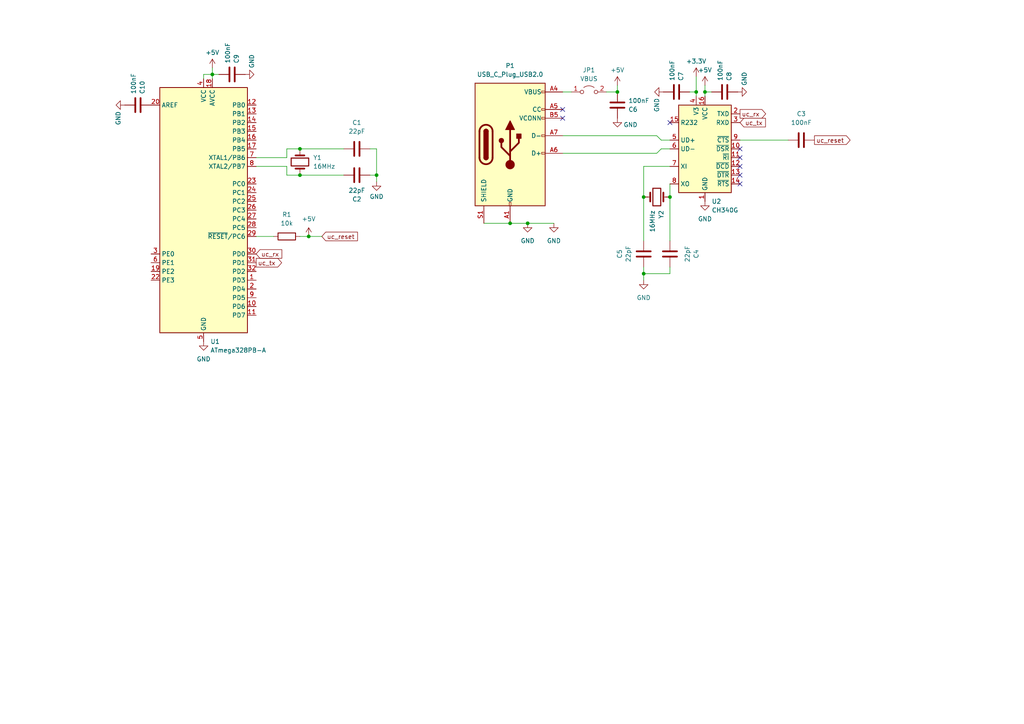
<source format=kicad_sch>
(kicad_sch (version 20230121) (generator eeschema)
  (paper "A4")
  (lib_symbols
    (symbol "Connector:USB_C_Plug_USB2.0" (pin_names (offset 1.016))
      (property "Reference" "P" (at -10.16 19.05 0))
      (property "Value" "USB_C_Plug_USB2.0" (at 12.7 19.05 0))
      (symbol "USB_C_Plug_USB2.0_0_0"
        (rectangle (start -0.254 -17.78) (end 0.254 -16.764))
        (rectangle (start 10.16 -2.286) (end 9.144 -2.794))
        (rectangle (start 10.16 2.794) (end 9.144 2.286))
        (rectangle (start 10.16 7.874) (end 9.144 7.366))
        (rectangle (start 10.16 10.414) (end 9.144 9.906))
        (rectangle (start 10.16 15.494) (end 9.144 14.986))
      )
      (symbol "USB_C_Plug_USB2.0_0_1"
        (rectangle (start -10.16 17.78) (end 10.16 -17.78) (stroke (width 0.254)) (fill (type background)))
        (arc (start -8.89 -3.81) (mid -6.985 -5.7067) (end -5.08 -3.81) (stroke (width 0.508)))
        (arc (start -7.62 -3.81) (mid -6.985 -4.4423) (end -6.35 -3.81) (stroke (width 0.254)))
        (arc (start -7.62 -3.81) (mid -6.985 -4.4423) (end -6.35 -3.81) (stroke (width 0.254)) (fill (type outline)))
        (rectangle (start -7.62 -3.81) (end -6.35 3.81) (stroke (width 0.254)) (fill (type outline)))
        (arc (start -6.35 3.81) (mid -6.985 4.4423) (end -7.62 3.81) (stroke (width 0.254)))
        (arc (start -6.35 3.81) (mid -6.985 4.4423) (end -7.62 3.81) (stroke (width 0.254)) (fill (type outline)))
        (arc (start -5.08 3.81) (mid -6.985 5.7067) (end -8.89 3.81) (stroke (width 0.508)))
        (circle (center -2.54 1.143) (radius 0.635) (stroke (width 0.254)) (fill (type outline)))
        (circle (center 0 -5.842) (radius 1.27) (fill (type outline)))
        (polyline (pts (xy -8.89 -3.81) (xy -8.89 3.81)) (stroke (width 0.508)))
        (polyline (pts (xy -5.08 3.81) (xy -5.08 -3.81)) (stroke (width 0.508)))
        (polyline (pts (xy 0 -5.842) (xy 0 4.318)) (stroke (width 0.508)))
        (polyline (pts (xy 0 -3.302) (xy -2.54 -0.762) (xy -2.54 0.508)) (stroke (width 0.508)))
        (polyline (pts (xy 0 -2.032) (xy 2.54 0.508) (xy 2.54 1.778)) (stroke (width 0.508)))
        (polyline (pts (xy -1.27 4.318) (xy 0 6.858) (xy 1.27 4.318) (xy -1.27 4.318)) (stroke (width 0.254)) (fill (type outline)))
        (rectangle (start 1.905 1.778) (end 3.175 3.048) (stroke (width 0.254)) (fill (type outline)))
      )
      (symbol "USB_C_Plug_USB2.0_1_1"
        (pin passive line (at 0 -22.86 90) (length 5.08) (name "GND") (number "A1"))
        (pin passive line (at 0 -22.86 90) (length 5.08) hide (name "GND") (number "A12"))
        (pin passive line (at 15.24 15.24 180) (length 5.08) (name "VBUS") (number "A4"))
        (pin bidirectional line (at 15.24 10.16 180) (length 5.08) (name "CC") (number "A5"))
        (pin bidirectional line (at 15.24 -2.54 180) (length 5.08) (name "D+") (number "A6"))
        (pin bidirectional line (at 15.24 2.54 180) (length 5.08) (name "D-") (number "A7"))
        (pin passive line (at 15.24 15.24 180) (length 5.08) hide (name "VBUS") (number "A9"))
        (pin passive line (at 0 -22.86 90) (length 5.08) hide (name "GND") (number "B1"))
        (pin passive line (at 0 -22.86 90) (length 5.08) hide (name "GND") (number "B12"))
        (pin passive line (at 15.24 15.24 180) (length 5.08) hide (name "VBUS") (number "B4"))
        (pin bidirectional line (at 15.24 7.62 180) (length 5.08) (name "VCONN") (number "B5"))
        (pin passive line (at 15.24 15.24 180) (length 5.08) hide (name "VBUS") (number "B9"))
        (pin passive line (at -7.62 -22.86 90) (length 5.08) (name "SHIELD") (number "S1"))
      )
    )
    (symbol "Device:C" (pin_numbers hide) (pin_names (offset 0.254))
      (property "Reference" "C" (at 0.635 2.54 0))
      (property "Value" "C" (at 0.635 -2.54 0))
      (symbol "C_0_1"
        (polyline (pts (xy -2.032 -0.762) (xy 2.032 -0.762)) (stroke (width 0.508)))
        (polyline (pts (xy -2.032 0.762) (xy 2.032 0.762)) (stroke (width 0.508)))
      )
      (symbol "C_1_1"
        (pin passive line (at 0 3.81 270) (length 2.794) (name "~") (number "1"))
        (pin passive line (at 0 -3.81 90) (length 2.794) (name "~") (number "2"))
      )
    )
    (symbol "Device:Crystal" (pin_numbers hide) (pin_names (offset 1.016) hide)
      (property "Reference" "Y" (at 0 3.81 0))
      (property "Value" "Crystal" (at 0 -3.81 0))
      (symbol "Crystal_0_1"
        (rectangle (start -1.143 2.54) (end 1.143 -2.54) (stroke (width 0.3048)))
        (polyline (pts (xy -2.54 0) (xy -1.905 0)))
        (polyline (pts (xy -1.905 -1.27) (xy -1.905 1.27)) (stroke (width 0.508)))
        (polyline (pts (xy 1.905 -1.27) (xy 1.905 1.27)) (stroke (width 0.508)))
        (polyline (pts (xy 2.54 0) (xy 1.905 0)))
      )
      (symbol "Crystal_1_1"
        (pin passive line (at -3.81 0 0) (length 1.27) (name "1") (number "1"))
        (pin passive line (at 3.81 0 180) (length 1.27) (name "2") (number "2"))
      )
    )
    (symbol "Device:R" (pin_numbers hide) (pin_names (offset 0))
      (property "Reference" "R" (at 2.032 0 90))
      (property "Value" "R" (at 0 0 90))
      (symbol "R_0_1"
        (rectangle (start -1.016 -2.54) (end 1.016 2.54) (stroke (width 0.254)))
      )
      (symbol "R_1_1"
        (pin passive line (at 0 3.81 270) (length 1.27) (name "~") (number "1"))
        (pin passive line (at 0 -3.81 90) (length 1.27) (name "~") (number "2"))
      )
    )
    (symbol "Interface_USB:CH340G"
      (property "Reference" "U" (at -5.08 13.97 0))
      (property "Value" "CH340G" (at 1.27 13.97 0))
      (symbol "CH340G_0_1"
        (rectangle (start -7.62 12.7) (end 7.62 -12.7) (stroke (width 0.254)) (fill (type background)))
      )
      (symbol "CH340G_1_1"
        (pin power_in line (at 0 -15.24 90) (length 2.54) (name "GND") (number "1"))
        (pin input line (at 10.16 0 180) (length 2.54) (name "~{DSR}") (number "10"))
        (pin input line (at 10.16 -2.54 180) (length 2.54) (name "~{RI}") (number "11"))
        (pin input line (at 10.16 -5.08 180) (length 2.54) (name "~{DCD}") (number "12"))
        (pin output line (at 10.16 -7.62 180) (length 2.54) (name "~{DTR}") (number "13"))
        (pin output line (at 10.16 -10.16 180) (length 2.54) (name "~{RTS}") (number "14"))
        (pin input line (at -10.16 7.62 0) (length 2.54) (name "R232") (number "15"))
        (pin power_in line (at 0 15.24 270) (length 2.54) (name "VCC") (number "16"))
        (pin output line (at 10.16 10.16 180) (length 2.54) (name "TXD") (number "2"))
        (pin input line (at 10.16 7.62 180) (length 2.54) (name "RXD") (number "3"))
        (pin passive line (at -2.54 15.24 270) (length 2.54) (name "V3") (number "4"))
        (pin bidirectional line (at -10.16 2.54 0) (length 2.54) (name "UD+") (number "5"))
        (pin bidirectional line (at -10.16 0 0) (length 2.54) (name "UD-") (number "6"))
        (pin input line (at -10.16 -5.08 0) (length 2.54) (name "XI") (number "7"))
        (pin output line (at -10.16 -10.16 0) (length 2.54) (name "XO") (number "8"))
        (pin input line (at 10.16 2.54 180) (length 2.54) (name "~{CTS}") (number "9"))
      )
    )
    (symbol "Jumper:Jumper_2_Open" (pin_names (offset 0) hide)
      (property "Reference" "JP" (at 0 2.794 0))
      (property "Value" "Jumper_2_Open" (at 0 -2.286 0))
      (symbol "Jumper_2_Open_0_0"
        (circle (center -2.032 0) (radius 0.508))
        (circle (center 2.032 0) (radius 0.508))
      )
      (symbol "Jumper_2_Open_0_1"
        (arc (start 1.524 1.27) (mid 0 1.778) (end -1.524 1.27))
      )
      (symbol "Jumper_2_Open_1_1"
        (pin passive line (at -5.08 0 0) (length 2.54) (name "A") (number "1"))
        (pin passive line (at 5.08 0 180) (length 2.54) (name "B") (number "2"))
      )
    )
    (symbol "MCU_Microchip_ATmega:ATmega328PB-A"
      (property "Reference" "U" (at -12.7 36.83 0))
      (property "Value" "ATmega328PB-A" (at 2.54 -36.83 0))
      (symbol "ATmega328PB-A_0_1"
        (rectangle (start -12.7 -35.56) (end 12.7 35.56) (stroke (width 0.254)) (fill (type background)))
      )
      (symbol "ATmega328PB-A_1_1"
        (pin bidirectional line (at 15.24 -20.32 180) (length 2.54) (name "PD3") (number "1"))
        (pin bidirectional line (at 15.24 -27.94 180) (length 2.54) (name "PD6") (number "10"))
        (pin bidirectional line (at 15.24 -30.48 180) (length 2.54) (name "PD7") (number "11"))
        (pin bidirectional line (at 15.24 30.48 180) (length 2.54) (name "PB0") (number "12"))
        (pin bidirectional line (at 15.24 27.94 180) (length 2.54) (name "PB1") (number "13"))
        (pin bidirectional line (at 15.24 25.4 180) (length 2.54) (name "PB2") (number "14"))
        (pin bidirectional line (at 15.24 22.86 180) (length 2.54) (name "PB3") (number "15"))
        (pin bidirectional line (at 15.24 20.32 180) (length 2.54) (name "PB4") (number "16"))
        (pin bidirectional line (at 15.24 17.78 180) (length 2.54) (name "PB5") (number "17"))
        (pin power_in line (at 2.54 38.1 270) (length 2.54) (name "AVCC") (number "18"))
        (pin bidirectional line (at -15.24 -17.78 0) (length 2.54) (name "PE2") (number "19"))
        (pin bidirectional line (at 15.24 -22.86 180) (length 2.54) (name "PD4") (number "2"))
        (pin passive line (at -15.24 30.48 0) (length 2.54) (name "AREF") (number "20"))
        (pin passive line (at 0 -38.1 90) (length 2.54) hide (name "GND") (number "21"))
        (pin bidirectional line (at -15.24 -20.32 0) (length 2.54) (name "PE3") (number "22"))
        (pin bidirectional line (at 15.24 7.62 180) (length 2.54) (name "PC0") (number "23"))
        (pin bidirectional line (at 15.24 5.08 180) (length 2.54) (name "PC1") (number "24"))
        (pin bidirectional line (at 15.24 2.54 180) (length 2.54) (name "PC2") (number "25"))
        (pin bidirectional line (at 15.24 0 180) (length 2.54) (name "PC3") (number "26"))
        (pin bidirectional line (at 15.24 -2.54 180) (length 2.54) (name "PC4") (number "27"))
        (pin bidirectional line (at 15.24 -5.08 180) (length 2.54) (name "PC5") (number "28"))
        (pin bidirectional line (at 15.24 -7.62 180) (length 2.54) (name "~{RESET}/PC6") (number "29"))
        (pin bidirectional line (at -15.24 -12.7 0) (length 2.54) (name "PE0") (number "3"))
        (pin bidirectional line (at 15.24 -12.7 180) (length 2.54) (name "PD0") (number "30"))
        (pin bidirectional line (at 15.24 -15.24 180) (length 2.54) (name "PD1") (number "31"))
        (pin bidirectional line (at 15.24 -17.78 180) (length 2.54) (name "PD2") (number "32"))
        (pin power_in line (at 0 38.1 270) (length 2.54) (name "VCC") (number "4"))
        (pin power_in line (at 0 -38.1 90) (length 2.54) (name "GND") (number "5"))
        (pin bidirectional line (at -15.24 -15.24 0) (length 2.54) (name "PE1") (number "6"))
        (pin bidirectional line (at 15.24 15.24 180) (length 2.54) (name "XTAL1/PB6") (number "7"))
        (pin bidirectional line (at 15.24 12.7 180) (length 2.54) (name "XTAL2/PB7") (number "8"))
        (pin bidirectional line (at 15.24 -25.4 180) (length 2.54) (name "PD5") (number "9"))
      )
    )
    (symbol "power:+3.3V" (power) (pin_names (offset 0))
      (property "Value" "+3.3V" (at 0 3.556 0))
      (symbol "+3.3V_0_1"
        (polyline (pts (xy -0.762 1.27) (xy 0 2.54)))
        (polyline (pts (xy 0 0) (xy 0 2.54)))
        (polyline (pts (xy 0 2.54) (xy 0.762 1.27)))
      )
      (symbol "+3.3V_1_1"
        (pin power_in line (at 0 0 90) (length 0) hide (name "+3.3V") (number "1"))
      )
    )
    (symbol "power:+5V" (power) (pin_names (offset 0))
      (property "Value" "+5V" (at 0 3.556 0))
      (symbol "+5V_0_1"
        (polyline (pts (xy -0.762 1.27) (xy 0 2.54)))
        (polyline (pts (xy 0 0) (xy 0 2.54)))
        (polyline (pts (xy 0 2.54) (xy 0.762 1.27)))
      )
      (symbol "+5V_1_1"
        (pin power_in line (at 0 0 90) (length 0) hide (name "+5V") (number "1"))
      )
    )
    (symbol "power:GND" (power) (pin_names (offset 0))
      (property "Value" "GND" (at 0 -3.81 0))
      (symbol "GND_0_1"
        (polyline (pts (xy 0 0) (xy 0 -1.27) (xy 1.27 -1.27) (xy 0 -2.54) (xy -1.27 -1.27) (xy 0 -1.27)))
      )
      (symbol "GND_1_1"
        (pin power_in line (at 0 0 270) (length 0) hide (name "GND") (number "1"))
      )
    )
  )
  (junction (at 61.595 21.59))
  (junction (at 186.69 79.375))
  (junction (at 86.995 43.18))
  (junction (at 179.07 26.67))
  (junction (at 109.22 50.8))
  (junction (at 194.31 57.15))
  (junction (at 201.93 26.67))
  (junction (at 153.035 64.77))
  (junction (at 147.955 64.77))
  (junction (at 86.995 50.8))
  (junction (at 89.535 68.58))
  (junction (at 186.69 57.15))
  (junction (at 204.47 26.67))
  (no_connect (at 214.63 53.34))
  (no_connect (at 214.63 50.8))
  (no_connect (at 214.63 48.26))
  (no_connect (at 163.195 31.75))
  (no_connect (at 214.63 43.18))
  (no_connect (at 194.31 35.56))
  (no_connect (at 214.63 45.72))
  (no_connect (at 163.195 34.29))
  (wire (pts (xy 140.335 64.77) (xy 147.955 64.77)))
  (wire (pts (xy 153.035 64.77) (xy 160.655 64.77)))
  (wire (pts (xy 61.595 19.685) (xy 61.595 21.59)))
  (wire (pts (xy 190.5 39.37) (xy 191.77 40.64)))
  (wire (pts (xy 194.31 69.85) (xy 194.31 57.15)))
  (wire (pts (xy 147.955 64.77) (xy 153.035 64.77)))
  (wire (pts (xy 83.185 48.26) (xy 83.185 50.8)))
  (wire (pts (xy 109.22 52.705) (xy 109.22 50.8)))
  (wire (pts (xy 186.69 48.26) (xy 194.31 48.26)))
  (wire (pts (xy 200.025 26.67) (xy 201.93 26.67)))
  (wire (pts (xy 89.535 68.58) (xy 86.995 68.58)))
  (wire (pts (xy 59.055 21.59) (xy 59.055 22.86)))
  (wire (pts (xy 109.22 50.8) (xy 107.315 50.8)))
  (wire (pts (xy 74.295 68.58) (xy 79.375 68.58)))
  (wire (pts (xy 89.535 68.58) (xy 93.345 68.58)))
  (wire (pts (xy 163.195 44.45) (xy 190.5 44.45)))
  (wire (pts (xy 175.895 26.67) (xy 179.07 26.67)))
  (wire (pts (xy 204.47 26.67) (xy 204.47 27.94)))
  (wire (pts (xy 186.69 79.375) (xy 194.31 79.375)))
  (wire (pts (xy 194.31 53.34) (xy 194.31 57.15)))
  (wire (pts (xy 179.07 24.765) (xy 179.07 26.67)))
  (wire (pts (xy 99.695 43.18) (xy 86.995 43.18)))
  (wire (pts (xy 186.69 48.26) (xy 186.69 57.15)))
  (wire (pts (xy 186.69 81.28) (xy 186.69 79.375)))
  (wire (pts (xy 201.93 22.225) (xy 201.93 26.67)))
  (wire (pts (xy 61.595 21.59) (xy 61.595 22.86)))
  (wire (pts (xy 191.77 43.18) (xy 190.5 44.45)))
  (wire (pts (xy 109.22 43.18) (xy 107.315 43.18)))
  (wire (pts (xy 83.185 43.18) (xy 83.185 45.72)))
  (wire (pts (xy 163.195 39.37) (xy 190.5 39.37)))
  (wire (pts (xy 201.93 26.67) (xy 201.93 27.94)))
  (wire (pts (xy 74.295 45.72) (xy 83.185 45.72)))
  (wire (pts (xy 228.6 40.64) (xy 214.63 40.64)))
  (wire (pts (xy 194.31 43.18) (xy 191.77 43.18)))
  (wire (pts (xy 74.295 48.26) (xy 83.185 48.26)))
  (wire (pts (xy 194.31 79.375) (xy 194.31 77.47)))
  (wire (pts (xy 99.695 50.8) (xy 86.995 50.8)))
  (wire (pts (xy 61.595 21.59) (xy 63.5 21.59)))
  (wire (pts (xy 186.69 79.375) (xy 186.69 77.47)))
  (wire (pts (xy 204.47 24.765) (xy 204.47 26.67)))
  (wire (pts (xy 163.195 26.67) (xy 165.735 26.67)))
  (wire (pts (xy 86.995 50.8) (xy 83.185 50.8)))
  (wire (pts (xy 191.77 40.64) (xy 194.31 40.64)))
  (wire (pts (xy 109.22 50.8) (xy 109.22 43.18)))
  (wire (pts (xy 83.185 43.18) (xy 86.995 43.18)))
  (wire (pts (xy 186.69 69.85) (xy 186.69 57.15)))
  (wire (pts (xy 204.47 26.67) (xy 206.375 26.67)))
  (wire (pts (xy 59.055 21.59) (xy 61.595 21.59)))
  (global_label "uc_reset" (shape input) (at 93.345 68.58 0) (property "Intersheetrefs" "${INTERSHEET_REFS}" (effects hide)))
  (global_label "uc_rx" (shape input) (at 74.295 73.66 0) (property "Intersheetrefs" "${INTERSHEET_REFS}" (effects hide)))
  (global_label "uc_tx" (shape input) (at 214.63 35.56 0) (property "Intersheetrefs" "${INTERSHEET_REFS}" (effects hide)))
  (global_label "uc_rx" (shape output) (at 214.63 33.02 0) (property "Intersheetrefs" "${INTERSHEET_REFS}" (effects hide)))
  (global_label "uc_reset" (shape output) (at 236.22 40.64 0) (property "Intersheetrefs" "${INTERSHEET_REFS}" (effects hide)))
  (global_label "uc_tx" (shape output) (at 74.295 76.2 0) (property "Intersheetrefs" "${INTERSHEET_REFS}" (effects hide)))
  (symbol (lib_id "Device:R") (at 83.185 68.58 90) (unit 1)
    (property "Reference" "R1" (at 83.185 62.23 90))
    (property "Value" "10k" (at 83.185 64.77 90))
    (property "Footprint" "Resistor_SMD:R_0805_2012Metric_Pad1.20x1.40mm_HandSolder" (effects hide))
  )
  (symbol (lib_id "Device:C") (at 196.215 26.67 90) (mirror x) (unit 1)
    (property "Reference" "C7" (at 197.485 23.495 0) (effects (justify right)))
    (property "Value" "100nF" (at 194.945 23.495 0) (effects (justify right)))
    (property "Footprint" "Capacitor_SMD:C_0805_2012Metric_Pad1.18x1.45mm_HandSolder" (effects hide))
  )
  (symbol (lib_id "Device:C") (at 103.505 43.18 270) (mirror x) (unit 1)
    (property "Reference" "C1" (at 103.505 35.56 90))
    (property "Value" "22pF" (at 103.505 38.1 90))
    (property "Footprint" "Capacitor_SMD:C_0805_2012Metric_Pad1.18x1.45mm_HandSolder" (effects hide))
  )
  (symbol (lib_id "power:GND") (at 204.47 58.42 0) (mirror y) (unit 1)
    (property "Reference" "#PWR04" (effects hide))
    (property "Value" "GND" (at 204.47 63.5 0))
  )
  (symbol (lib_id "Jumper:Jumper_2_Open") (at 170.815 26.67 0) (unit 1)
    (property "Reference" "JP1" (at 170.815 20.32 0))
    (property "Value" "VBUS" (at 170.815 22.86 0))
  )
  (symbol (lib_id "Device:C") (at 186.69 73.66 0) (mirror y) (unit 1)
    (property "Reference" "C5" (at 179.705 73.66 90))
    (property "Value" "22pF" (at 182.245 73.66 90))
    (property "Footprint" "Capacitor_SMD:C_0805_2012Metric_Pad1.18x1.45mm_HandSolder" (effects hide))
  )
  (symbol (lib_id "power:GND") (at 160.655 64.77 0) (mirror y) (unit 1)
    (property "Reference" "#PWR05" (effects hide))
    (property "Value" "GND" (at 160.655 69.85 0))
  )
  (symbol (lib_id "power:+5V") (at 61.595 19.685 0) (unit 1)
    (property "Reference" "#PWR014" (effects hide))
    (property "Value" "+5V" (at 61.595 15.24 0))
  )
  (symbol (lib_id "power:GND") (at 36.195 30.48 270) (mirror x) (unit 1)
    (property "Reference" "#PWR016" (effects hide))
    (property "Value" "GND" (at 34.29 34.29 0))
  )
  (symbol (lib_id "power:+3.3V") (at 201.93 22.225 0) (unit 1)
    (property "Reference" "#PWR012" (effects hide))
    (property "Value" "+3.3V" (at 201.93 17.78 0))
  )
  (symbol (lib_id "power:+5V") (at 179.07 24.765 0) (unit 1)
    (property "Reference" "#PWR07" (effects hide))
    (property "Value" "+5V" (at 179.07 20.32 0))
  )
  (symbol (lib_id "power:GND") (at 153.035 64.77 0) (mirror y) (unit 1)
    (property "Reference" "#PWR06" (effects hide))
    (property "Value" "GND" (at 153.035 69.85 0))
  )
  (symbol (lib_id "power:+5V") (at 204.47 24.765 0) (unit 1)
    (property "Reference" "#PWR011" (effects hide))
    (property "Value" "+5V" (at 204.47 20.32 0))
  )
  (symbol (lib_id "power:GND") (at 213.995 26.67 90) (mirror x) (unit 1)
    (property "Reference" "#PWR010" (effects hide))
    (property "Value" "GND" (at 215.9 22.86 0))
  )
  (symbol (lib_id "power:GND") (at 71.12 21.59 90) (mirror x) (unit 1)
    (property "Reference" "#PWR015" (effects hide))
    (property "Value" "GND" (at 73.025 17.78 0))
  )
  (symbol (lib_id "Device:C") (at 210.185 26.67 90) (mirror x) (unit 1)
    (property "Reference" "C8" (at 211.455 23.495 0) (effects (justify right)))
    (property "Value" "100nF" (at 208.915 23.495 0) (effects (justify right)))
    (property "Footprint" "Capacitor_SMD:C_0805_2012Metric_Pad1.18x1.45mm_HandSolder" (effects hide))
  )
  (symbol (lib_id "power:+5V") (at 89.535 68.58 0) (mirror y) (unit 1)
    (property "Reference" "#PWR02" (effects hide))
    (property "Value" "+5V" (at 89.535 63.5 0))
  )
  (symbol (lib_id "Device:C") (at 67.31 21.59 90) (mirror x) (unit 1)
    (property "Reference" "C9" (at 68.58 18.415 0) (effects (justify right)))
    (property "Value" "100nF" (at 66.04 18.415 0) (effects (justify right)))
    (property "Footprint" "Capacitor_SMD:C_0805_2012Metric_Pad1.18x1.45mm_HandSolder" (effects hide))
  )
  (symbol (lib_id "Device:Crystal") (at 86.995 46.99 90) (mirror x) (unit 1)
    (property "Reference" "Y1" (at 90.805 45.72 90) (effects (justify right)))
    (property "Value" "16MHz" (at 90.805 48.26 90) (effects (justify right)))
    (property "Footprint" "Crystal:Crystal_HC49-4H_Vertical" (effects hide))
  )
  (symbol (lib_id "power:GND") (at 59.055 99.06 0) (mirror y) (unit 1)
    (property "Reference" "#PWR013" (effects hide))
    (property "Value" "GND" (at 59.055 104.14 0))
  )
  (symbol (lib_id "Device:C") (at 194.31 73.66 0) (mirror x) (unit 1)
    (property "Reference" "C4" (at 201.93 73.66 90))
    (property "Value" "22pF" (at 199.39 73.66 90))
    (property "Footprint" "Capacitor_SMD:C_0805_2012Metric_Pad1.18x1.45mm_HandSolder" (effects hide))
  )
  (symbol (lib_id "Device:C") (at 40.005 30.48 90) (mirror x) (unit 1)
    (property "Reference" "C10" (at 41.275 27.305 0) (effects (justify right)))
    (property "Value" "100nF" (at 38.735 27.305 0) (effects (justify right)))
    (property "Footprint" "Capacitor_SMD:C_0805_2012Metric_Pad1.18x1.45mm_HandSolder" (effects hide))
  )
  (symbol (lib_id "power:GND") (at 109.22 52.705 0) (mirror y) (unit 1)
    (property "Reference" "#PWR01" (effects hide))
    (property "Value" "GND" (at 109.22 57.023 0))
  )
  (symbol (lib_id "Device:C") (at 232.41 40.64 90) (mirror x) (unit 1)
    (property "Reference" "C3" (at 232.41 33.02 90))
    (property "Value" "100nF" (at 232.41 35.56 90))
    (property "Footprint" "Capacitor_SMD:C_0805_2012Metric_Pad1.18x1.45mm_HandSolder" (effects hide))
  )
  (symbol (lib_id "Device:C") (at 179.07 30.48 0) (mirror y) (unit 1)
    (property "Reference" "C6" (at 182.245 31.75 0) (effects (justify right)))
    (property "Value" "100nF" (at 182.245 29.21 0) (effects (justify right)))
    (property "Footprint" "Capacitor_SMD:C_0805_2012Metric_Pad1.18x1.45mm_HandSolder" (effects hide))
  )
  (symbol (lib_id "Device:Crystal") (at 190.5 57.15 0) (mirror y) (unit 1)
    (property "Reference" "Y2" (at 191.77 60.96 90) (effects (justify right)))
    (property "Value" "16MHz" (at 189.23 60.96 90) (effects (justify right)))
    (property "Footprint" "Crystal:Crystal_HC49-4H_Vertical" (effects hide))
  )
  (symbol (lib_id "Device:C") (at 103.505 50.8 90) (mirror x) (unit 1)
    (property "Reference" "C2" (at 103.505 57.785 90))
    (property "Value" "22pF" (at 103.505 55.245 90))
    (property "Footprint" "Capacitor_SMD:C_0805_2012Metric_Pad1.18x1.45mm_HandSolder" (effects hide))
  )
  (symbol (lib_id "power:GND") (at 192.405 26.67 270) (mirror x) (unit 1)
    (property "Reference" "#PWR09" (effects hide))
    (property "Value" "GND" (at 190.5 30.48 0))
  )
  (symbol (lib_id "power:GND") (at 186.69 81.28 0) (mirror y) (unit 1)
    (property "Reference" "#PWR03" (effects hide))
    (property "Value" "GND" (at 186.69 86.36 0))
  )
  (symbol (lib_id "MCU_Microchip_ATmega:ATmega328PB-A") (at 59.055 60.96 0) (unit 1)
    (property "Reference" "U1" (at 61.0109 99.06 0) (effects (justify left)))
    (property "Value" "ATmega328PB-A" (at 61.0109 101.6 0) (effects (justify left)))
    (property "Footprint" "Package_QFP:TQFP-32_7x7mm_P0.8mm" (effects hide))
    (property "Datasheet" "http://ww1.microchip.com/downloads/en/DeviceDoc/40001906C.pdf" (effects hide))
  )
  (symbol (lib_id "power:GND") (at 179.07 34.29 0) (mirror y) (unit 1)
    (property "Reference" "#PWR08" (effects hide))
    (property "Value" "GND" (at 182.88 36.195 0))
  )
  (symbol (lib_id "Interface_USB:CH340G") (at 204.47 43.18 0) (unit 1)
    (property "Reference" "U2" (at 206.4259 58.42 0) (effects (justify left)))
    (property "Value" "CH340G" (at 206.4259 60.96 0) (effects (justify left)))
    (property "Footprint" "Package_SO:SOIC-16_3.9x9.9mm_P1.27mm" (effects hide))
    (property "Datasheet" "http://www.datasheet5.com/pdf-local-2195953" (effects hide))
  )
  (symbol (lib_id "Connector:USB_C_Plug_USB2.0") (at 147.955 41.91 0) (unit 1)
    (property "Reference" "P1" (at 147.955 19.05 0))
    (property "Value" "USB_C_Plug_USB2.0" (at 147.955 21.59 0))
    (property "Datasheet" "https://www.usb.org/sites/default/files/documents/usb_type-c.zip" (effects hide))
  )
)
</source>
